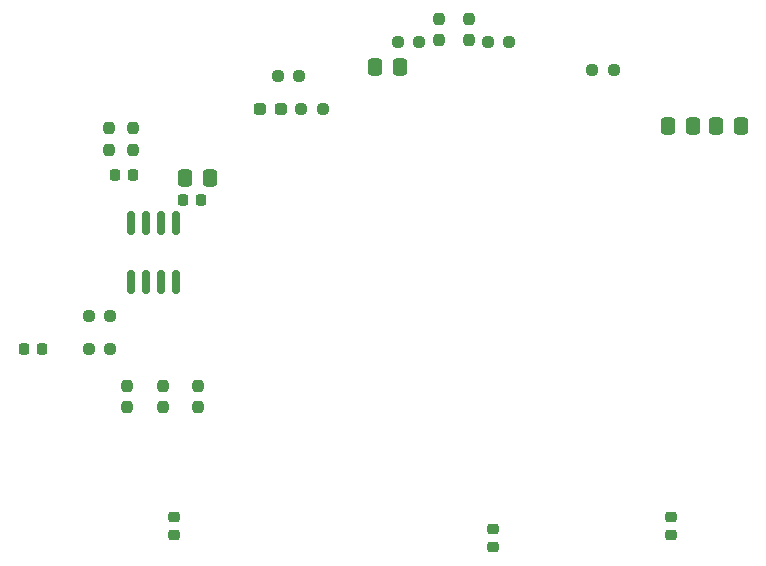
<source format=gbr>
%TF.GenerationSoftware,KiCad,Pcbnew,(6.0.5)*%
%TF.CreationDate,2022-09-22T22:10:40-04:00*%
%TF.ProjectId,HotplateController,486f7470-6c61-4746-9543-6f6e74726f6c,rev?*%
%TF.SameCoordinates,Original*%
%TF.FileFunction,Paste,Bot*%
%TF.FilePolarity,Positive*%
%FSLAX46Y46*%
G04 Gerber Fmt 4.6, Leading zero omitted, Abs format (unit mm)*
G04 Created by KiCad (PCBNEW (6.0.5)) date 2022-09-22 22:10:40*
%MOMM*%
%LPD*%
G01*
G04 APERTURE LIST*
G04 Aperture macros list*
%AMRoundRect*
0 Rectangle with rounded corners*
0 $1 Rounding radius*
0 $2 $3 $4 $5 $6 $7 $8 $9 X,Y pos of 4 corners*
0 Add a 4 corners polygon primitive as box body*
4,1,4,$2,$3,$4,$5,$6,$7,$8,$9,$2,$3,0*
0 Add four circle primitives for the rounded corners*
1,1,$1+$1,$2,$3*
1,1,$1+$1,$4,$5*
1,1,$1+$1,$6,$7*
1,1,$1+$1,$8,$9*
0 Add four rect primitives between the rounded corners*
20,1,$1+$1,$2,$3,$4,$5,0*
20,1,$1+$1,$4,$5,$6,$7,0*
20,1,$1+$1,$6,$7,$8,$9,0*
20,1,$1+$1,$8,$9,$2,$3,0*%
G04 Aperture macros list end*
%ADD10RoundRect,0.225000X-0.250000X0.225000X-0.250000X-0.225000X0.250000X-0.225000X0.250000X0.225000X0*%
%ADD11RoundRect,0.250000X0.337500X0.475000X-0.337500X0.475000X-0.337500X-0.475000X0.337500X-0.475000X0*%
%ADD12RoundRect,0.237500X0.237500X-0.250000X0.237500X0.250000X-0.237500X0.250000X-0.237500X-0.250000X0*%
%ADD13RoundRect,0.237500X-0.237500X0.250000X-0.237500X-0.250000X0.237500X-0.250000X0.237500X0.250000X0*%
%ADD14RoundRect,0.237500X-0.250000X-0.237500X0.250000X-0.237500X0.250000X0.237500X-0.250000X0.237500X0*%
%ADD15RoundRect,0.225000X0.225000X0.250000X-0.225000X0.250000X-0.225000X-0.250000X0.225000X-0.250000X0*%
%ADD16RoundRect,0.237500X0.250000X0.237500X-0.250000X0.237500X-0.250000X-0.237500X0.250000X-0.237500X0*%
%ADD17RoundRect,0.225000X-0.225000X-0.250000X0.225000X-0.250000X0.225000X0.250000X-0.225000X0.250000X0*%
%ADD18RoundRect,0.150000X-0.150000X0.825000X-0.150000X-0.825000X0.150000X-0.825000X0.150000X0.825000X0*%
%ADD19RoundRect,0.237500X0.287500X0.237500X-0.287500X0.237500X-0.287500X-0.237500X0.287500X-0.237500X0*%
%ADD20RoundRect,0.250000X-0.337500X-0.475000X0.337500X-0.475000X0.337500X0.475000X-0.337500X0.475000X0*%
G04 APERTURE END LIST*
D10*
%TO.C,C9*%
X67800000Y-120425000D03*
X67800000Y-121975000D03*
%TD*%
D11*
%TO.C,C3*%
X70800000Y-91700000D03*
X68725000Y-91700000D03*
%TD*%
D12*
%TO.C,R8*%
X66800000Y-111112500D03*
X66800000Y-109287500D03*
%TD*%
D13*
%TO.C,R2*%
X62300000Y-87500000D03*
X62300000Y-89325000D03*
%TD*%
D12*
%TO.C,R6*%
X69800000Y-111112500D03*
X69800000Y-109287500D03*
%TD*%
D14*
%TO.C,R14*%
X78544072Y-85852000D03*
X80369072Y-85852000D03*
%TD*%
D10*
%TO.C,C7*%
X109800000Y-120425000D03*
X109800000Y-121975000D03*
%TD*%
D15*
%TO.C,C10*%
X56575000Y-106200000D03*
X55025000Y-106200000D03*
%TD*%
D14*
%TO.C,R9*%
X86717500Y-80160500D03*
X88542500Y-80160500D03*
%TD*%
D11*
%TO.C,C4*%
X86889500Y-82296000D03*
X84814500Y-82296000D03*
%TD*%
%TO.C,C5*%
X111700000Y-87300000D03*
X109625000Y-87300000D03*
%TD*%
D12*
%TO.C,R11*%
X90170000Y-80057000D03*
X90170000Y-78232000D03*
%TD*%
D14*
%TO.C,R12*%
X76552500Y-83058000D03*
X78377500Y-83058000D03*
%TD*%
%TO.C,R4*%
X60555500Y-103378000D03*
X62380500Y-103378000D03*
%TD*%
D16*
%TO.C,R5*%
X96162500Y-80160500D03*
X94337500Y-80160500D03*
%TD*%
D17*
%TO.C,C2*%
X68525000Y-93600000D03*
X70075000Y-93600000D03*
%TD*%
D10*
%TO.C,C8*%
X94800000Y-121425000D03*
X94800000Y-122975000D03*
%TD*%
D12*
%TO.C,R7*%
X63800000Y-111112500D03*
X63800000Y-109287500D03*
%TD*%
D16*
%TO.C,R13*%
X105012500Y-82600000D03*
X103187500Y-82600000D03*
%TD*%
D12*
%TO.C,R10*%
X92710000Y-80057000D03*
X92710000Y-78232000D03*
%TD*%
D18*
%TO.C,U1*%
X64148000Y-95569000D03*
X65418000Y-95569000D03*
X66688000Y-95569000D03*
X67958000Y-95569000D03*
X67958000Y-100519000D03*
X66688000Y-100519000D03*
X65418000Y-100519000D03*
X64148000Y-100519000D03*
%TD*%
D15*
%TO.C,C1*%
X64328000Y-91460500D03*
X62778000Y-91460500D03*
%TD*%
D19*
%TO.C,D1*%
X76816000Y-85852000D03*
X75066000Y-85852000D03*
%TD*%
D20*
%TO.C,C6*%
X113662500Y-87300000D03*
X115737500Y-87300000D03*
%TD*%
D14*
%TO.C,R3*%
X60555500Y-106172000D03*
X62380500Y-106172000D03*
%TD*%
D13*
%TO.C,R1*%
X64300000Y-87500000D03*
X64300000Y-89325000D03*
%TD*%
M02*

</source>
